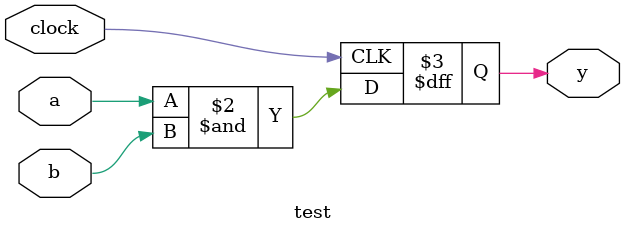
<source format=sv>
module test (a,b,y,clock);
input a;
input b;
input clock;
output y;
wire a;
wire clock;
wire b;
reg y;
always @(posedge clock) begin
    y<=a&b;
end
endmodule

</source>
